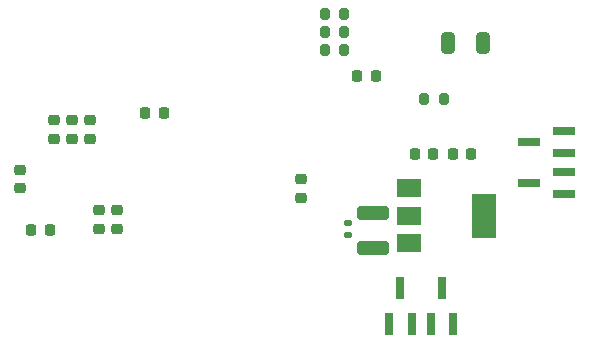
<source format=gbr>
G04 #@! TF.GenerationSoftware,KiCad,Pcbnew,(6.0.7)*
G04 #@! TF.CreationDate,2022-10-20T14:38:44-04:00*
G04 #@! TF.ProjectId,ECE477_PCB,45434534-3737-45f5-9043-422e6b696361,rev?*
G04 #@! TF.SameCoordinates,PX2daf690PY1aab7d8*
G04 #@! TF.FileFunction,Paste,Bot*
G04 #@! TF.FilePolarity,Positive*
%FSLAX46Y46*%
G04 Gerber Fmt 4.6, Leading zero omitted, Abs format (unit mm)*
G04 Created by KiCad (PCBNEW (6.0.7)) date 2022-10-20 14:38:44*
%MOMM*%
%LPD*%
G01*
G04 APERTURE LIST*
G04 Aperture macros list*
%AMRoundRect*
0 Rectangle with rounded corners*
0 $1 Rounding radius*
0 $2 $3 $4 $5 $6 $7 $8 $9 X,Y pos of 4 corners*
0 Add a 4 corners polygon primitive as box body*
4,1,4,$2,$3,$4,$5,$6,$7,$8,$9,$2,$3,0*
0 Add four circle primitives for the rounded corners*
1,1,$1+$1,$2,$3*
1,1,$1+$1,$4,$5*
1,1,$1+$1,$6,$7*
1,1,$1+$1,$8,$9*
0 Add four rect primitives between the rounded corners*
20,1,$1+$1,$2,$3,$4,$5,0*
20,1,$1+$1,$4,$5,$6,$7,0*
20,1,$1+$1,$6,$7,$8,$9,0*
20,1,$1+$1,$8,$9,$2,$3,0*%
G04 Aperture macros list end*
%ADD10R,0.800000X1.900000*%
%ADD11R,1.900000X0.800000*%
%ADD12RoundRect,0.225000X-0.225000X-0.250000X0.225000X-0.250000X0.225000X0.250000X-0.225000X0.250000X0*%
%ADD13RoundRect,0.250000X-1.100000X0.325000X-1.100000X-0.325000X1.100000X-0.325000X1.100000X0.325000X0*%
%ADD14RoundRect,0.225000X0.225000X0.250000X-0.225000X0.250000X-0.225000X-0.250000X0.225000X-0.250000X0*%
%ADD15RoundRect,0.225000X-0.250000X0.225000X-0.250000X-0.225000X0.250000X-0.225000X0.250000X0.225000X0*%
%ADD16RoundRect,0.200000X-0.200000X-0.275000X0.200000X-0.275000X0.200000X0.275000X-0.200000X0.275000X0*%
%ADD17R,2.000000X1.500000*%
%ADD18R,2.000000X3.800000*%
%ADD19RoundRect,0.140000X-0.170000X0.140000X-0.170000X-0.140000X0.170000X-0.140000X0.170000X0.140000X0*%
%ADD20RoundRect,0.200000X0.200000X0.275000X-0.200000X0.275000X-0.200000X-0.275000X0.200000X-0.275000X0*%
%ADD21RoundRect,0.225000X0.250000X-0.225000X0.250000X0.225000X-0.250000X0.225000X-0.250000X-0.225000X0*%
%ADD22RoundRect,0.250000X-0.325000X-0.650000X0.325000X-0.650000X0.325000X0.650000X-0.325000X0.650000X0*%
G04 APERTURE END LIST*
D10*
X50619700Y-28698398D03*
X48719700Y-28698398D03*
X49669700Y-25698398D03*
D11*
X63540900Y-12366200D03*
X63540900Y-14266200D03*
X60540900Y-13316200D03*
D10*
X54152800Y-28695598D03*
X52252800Y-28695598D03*
X53202800Y-25695598D03*
D11*
X63539500Y-15858700D03*
X63539500Y-17758700D03*
X60539500Y-16808700D03*
D12*
X50914000Y-14351000D03*
X52464000Y-14351000D03*
D13*
X47371000Y-19353000D03*
X47371000Y-22303000D03*
D14*
X47575000Y-7700000D03*
X46025000Y-7700000D03*
D15*
X17439000Y-15672200D03*
X17439000Y-17222200D03*
D14*
X55639000Y-14351000D03*
X54089000Y-14351000D03*
D16*
X43259800Y-5540000D03*
X44909800Y-5540000D03*
D17*
X50444000Y-21858000D03*
X50444000Y-19558000D03*
X50444000Y-17258000D03*
D18*
X56744000Y-19558000D03*
D19*
X45212000Y-20221000D03*
X45212000Y-21181000D03*
D20*
X53339000Y-9652000D03*
X51689000Y-9652000D03*
D12*
X18429000Y-20765200D03*
X19979000Y-20765200D03*
D20*
X44905000Y-3995000D03*
X43255000Y-3995000D03*
D15*
X20360000Y-11494200D03*
X20360000Y-13044200D03*
X24170000Y-19101200D03*
X24170000Y-20651200D03*
D12*
X28094000Y-10859200D03*
X29644000Y-10859200D03*
D15*
X41249600Y-16471600D03*
X41249600Y-18021600D03*
D21*
X25694000Y-20651200D03*
X25694000Y-19101200D03*
X23408000Y-13044200D03*
X23408000Y-11494200D03*
X21884000Y-13044200D03*
X21884000Y-11494200D03*
D16*
X43259800Y-2480000D03*
X44909800Y-2480000D03*
D22*
X53719200Y-4953000D03*
X56669200Y-4953000D03*
M02*

</source>
